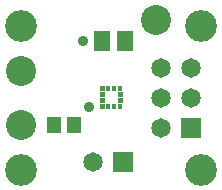
<source format=gts>
G04*
G04 #@! TF.GenerationSoftware,Altium Limited,Altium Designer,19.1.5 (86)*
G04*
G04 Layer_Color=8388736*
%FSLAX25Y25*%
%MOIN*%
G70*
G01*
G75*
%ADD14C,0.10000*%
%ADD15R,0.04537X0.05324*%
%ADD16R,0.01584X0.01683*%
%ADD17R,0.01683X0.01584*%
%ADD18R,0.05718X0.06506*%
%ADD19C,0.06506*%
%ADD20R,0.06506X0.06506*%
%ADD21C,0.10600*%
%ADD22R,0.06506X0.06506*%
%ADD23C,0.03600*%
G36*
X36207Y32274D02*
Y33758D01*
X37789D01*
Y32274D01*
X36207D01*
D02*
G37*
G36*
X36305Y30207D02*
Y31789D01*
X37789D01*
Y30207D01*
X36305D01*
D02*
G37*
G36*
X38274D02*
Y31789D01*
X39758D01*
Y30207D01*
X38274D01*
D02*
G37*
G36*
X36207Y34242D02*
Y35726D01*
X37789D01*
Y34242D01*
X36207D01*
D02*
G37*
G36*
X36305Y36211D02*
Y37793D01*
X37789D01*
Y36211D01*
X36305D01*
D02*
G37*
G36*
X38274D02*
Y37793D01*
X39758D01*
Y36211D01*
X38274D01*
D02*
G37*
G36*
X40242Y30207D02*
Y31789D01*
X41726D01*
Y30207D01*
X40242D01*
D02*
G37*
G36*
X42211D02*
Y31789D01*
X43695D01*
Y30207D01*
X42211D01*
D02*
G37*
G36*
Y32274D02*
Y33758D01*
X43793D01*
Y32274D01*
X42211D01*
D02*
G37*
G36*
X40242Y36211D02*
Y37793D01*
X41726D01*
Y36211D01*
X40242D01*
D02*
G37*
G36*
X42211D02*
Y37793D01*
X43695D01*
Y36211D01*
X42211D01*
D02*
G37*
G36*
Y34242D02*
Y35726D01*
X43793D01*
Y34242D01*
X42211D01*
D02*
G37*
D14*
X10000Y25000D02*
D03*
Y43000D02*
D03*
X55000Y60000D02*
D03*
D15*
X20807Y25000D02*
D03*
X27500D02*
D03*
D16*
X37047Y30998D02*
D03*
X39016D02*
D03*
X40984D02*
D03*
X42953D02*
D03*
Y37002D02*
D03*
X40984D02*
D03*
X39016D02*
D03*
X37047D02*
D03*
D17*
X43002Y33016D02*
D03*
Y34984D02*
D03*
X36998D02*
D03*
Y33016D02*
D03*
D18*
X37000Y53000D02*
D03*
X44480D02*
D03*
D19*
X34000Y12500D02*
D03*
X56500Y44000D02*
D03*
X66500D02*
D03*
X56500Y34000D02*
D03*
X66500D02*
D03*
X56500Y24000D02*
D03*
D20*
X44000Y12500D02*
D03*
D21*
X10000Y10000D02*
D03*
Y58000D02*
D03*
X70000D02*
D03*
Y10000D02*
D03*
D22*
X66500Y24000D02*
D03*
D23*
X30500Y53000D02*
D03*
X32500Y31000D02*
D03*
M02*

</source>
